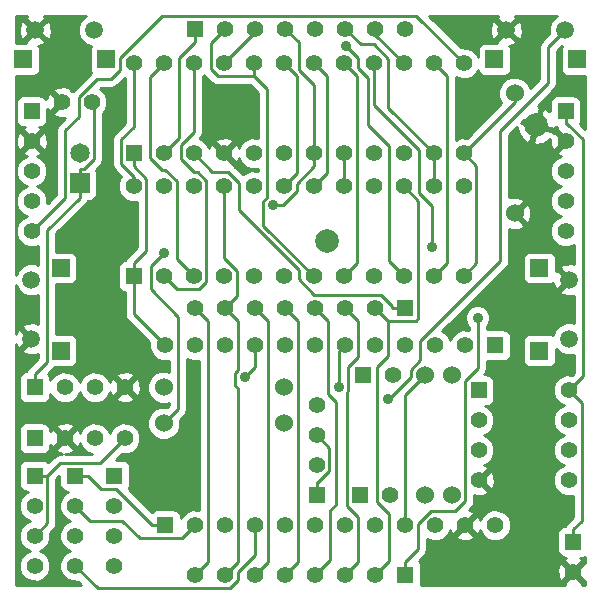
<source format=gbl>
G04 (created by PCBNEW (2013-07-07 BZR 4022)-stable) date 01/06/2014 18:16:58*
%MOIN*%
G04 Gerber Fmt 3.4, Leading zero omitted, Abs format*
%FSLAX34Y34*%
G01*
G70*
G90*
G04 APERTURE LIST*
%ADD10C,0.00590551*%
%ADD11R,0.055X0.055*%
%ADD12C,0.055*%
%ADD13C,0.06*%
%ADD14R,0.065X0.065*%
%ADD15C,0.065*%
%ADD16C,0.0590551*%
%ADD17R,0.0590551X0.0590551*%
%ADD18C,0.0787402*%
%ADD19C,0.035*%
%ADD20C,0.01*%
G04 APERTURE END LIST*
G54D10*
G54D11*
X78750Y-29450D03*
G54D12*
X79750Y-29450D03*
X80750Y-29450D03*
X81750Y-29450D03*
X82750Y-29450D03*
X83750Y-29450D03*
X84750Y-29450D03*
X85750Y-29450D03*
G54D11*
X85750Y-47650D03*
G54D12*
X84750Y-47650D03*
X83750Y-47650D03*
X82750Y-47650D03*
X81750Y-47650D03*
X80750Y-47650D03*
X79750Y-47650D03*
X78750Y-47650D03*
G54D13*
X89400Y-31600D03*
X89400Y-35600D03*
X81700Y-42600D03*
X77700Y-42600D03*
G54D11*
X76700Y-33600D03*
G54D12*
X77700Y-33600D03*
X78700Y-33600D03*
X79700Y-33600D03*
X80700Y-33600D03*
X81700Y-33600D03*
X82700Y-33600D03*
X83700Y-33600D03*
X84700Y-33600D03*
X85700Y-33600D03*
X86700Y-33600D03*
X87700Y-33600D03*
X87700Y-30600D03*
X86700Y-30600D03*
X85700Y-30600D03*
X84700Y-30600D03*
X83700Y-30600D03*
X82700Y-30600D03*
X81700Y-30600D03*
X80700Y-30600D03*
X79700Y-30600D03*
X78700Y-30600D03*
X77700Y-30600D03*
X76700Y-30600D03*
G54D14*
X74900Y-34600D03*
G54D15*
X74900Y-33600D03*
G54D12*
X74300Y-31900D03*
X75300Y-31900D03*
G54D11*
X85750Y-38750D03*
G54D12*
X84750Y-38750D03*
X83750Y-38750D03*
X82750Y-38750D03*
X81750Y-38750D03*
X80750Y-38750D03*
X79750Y-38750D03*
X78750Y-38750D03*
G54D11*
X77750Y-46000D03*
G54D12*
X78750Y-46000D03*
X79750Y-46000D03*
X80750Y-46000D03*
X81750Y-46000D03*
X82750Y-46000D03*
X83750Y-46000D03*
X84750Y-46000D03*
X85750Y-46000D03*
X86750Y-46000D03*
X87750Y-46000D03*
X88750Y-46000D03*
G54D11*
X88750Y-40000D03*
G54D12*
X87750Y-40000D03*
X86750Y-40000D03*
X85750Y-40000D03*
X84750Y-40000D03*
X83750Y-40000D03*
X82750Y-40000D03*
X81750Y-40000D03*
X80750Y-40000D03*
X79750Y-40000D03*
X78750Y-40000D03*
X77750Y-40000D03*
G54D11*
X76700Y-37700D03*
G54D12*
X77700Y-37700D03*
X78700Y-37700D03*
X79700Y-37700D03*
X80700Y-37700D03*
X81700Y-37700D03*
X82700Y-37700D03*
X83700Y-37700D03*
X84700Y-37700D03*
X85700Y-37700D03*
X86700Y-37700D03*
X87700Y-37700D03*
X87700Y-34700D03*
X86700Y-34700D03*
X85700Y-34700D03*
X84700Y-34700D03*
X83700Y-34700D03*
X82700Y-34700D03*
X81700Y-34700D03*
X80700Y-34700D03*
X79700Y-34700D03*
X78700Y-34700D03*
X77700Y-34700D03*
X76700Y-34700D03*
G54D11*
X73400Y-43100D03*
G54D12*
X74400Y-43100D03*
X75400Y-43100D03*
X76400Y-43100D03*
G54D11*
X84250Y-45000D03*
G54D12*
X85250Y-45000D03*
G54D13*
X81700Y-41400D03*
X77700Y-41400D03*
X87300Y-45000D03*
X87300Y-41000D03*
X86400Y-45000D03*
X86400Y-41000D03*
G54D11*
X88200Y-41500D03*
G54D12*
X88200Y-42500D03*
X88200Y-43500D03*
X88200Y-44500D03*
X91200Y-44500D03*
X91200Y-43500D03*
X91200Y-42500D03*
X91200Y-41500D03*
G54D11*
X73400Y-41400D03*
G54D12*
X74400Y-41400D03*
X75400Y-41400D03*
X76400Y-41400D03*
G54D11*
X82800Y-45000D03*
G54D12*
X82800Y-44000D03*
X82800Y-43000D03*
X82800Y-42000D03*
G54D16*
X91209Y-39784D03*
X91209Y-37815D03*
G54D17*
X90225Y-40177D03*
X90225Y-37422D03*
G54D16*
X73290Y-37815D03*
X73290Y-39784D03*
G54D17*
X74274Y-37422D03*
X74274Y-40177D03*
G54D16*
X91084Y-29490D03*
X89115Y-29490D03*
G54D17*
X91477Y-30474D03*
X88722Y-30474D03*
G54D16*
X75384Y-29490D03*
X73415Y-29490D03*
G54D17*
X75777Y-30474D03*
X73022Y-30474D03*
G54D11*
X73300Y-32200D03*
G54D12*
X73300Y-33200D03*
X73300Y-34200D03*
X73300Y-35200D03*
X73300Y-36200D03*
G54D11*
X91100Y-32200D03*
G54D12*
X91100Y-33200D03*
X91100Y-34200D03*
X91100Y-35200D03*
X91100Y-36200D03*
G54D11*
X73400Y-44350D03*
G54D12*
X73400Y-45350D03*
X73400Y-46350D03*
X73400Y-47350D03*
G54D11*
X74750Y-44350D03*
G54D12*
X74750Y-45350D03*
X74750Y-46350D03*
X74750Y-47350D03*
G54D11*
X76050Y-44350D03*
G54D12*
X76050Y-45350D03*
X76050Y-46350D03*
X76050Y-47350D03*
G54D11*
X84350Y-41000D03*
G54D12*
X85350Y-41000D03*
G54D11*
X91350Y-46550D03*
G54D12*
X91350Y-47550D03*
G54D18*
X83156Y-36526D03*
X90111Y-32670D03*
G54D19*
X88161Y-39089D03*
X83790Y-30025D03*
X81347Y-35323D03*
X86628Y-36722D03*
X85163Y-41782D03*
X83528Y-41386D03*
X80412Y-41048D03*
X77717Y-36918D03*
G54D20*
X86175Y-46799D02*
X85750Y-47224D01*
X86175Y-45953D02*
X86175Y-46799D01*
X86603Y-45525D02*
X86175Y-45953D01*
X87413Y-45525D02*
X86603Y-45525D01*
X87750Y-45188D02*
X87413Y-45525D01*
X87750Y-41186D02*
X87750Y-45188D01*
X88181Y-40755D02*
X87750Y-41186D01*
X88181Y-39109D02*
X88181Y-40755D01*
X88161Y-39089D02*
X88181Y-39109D01*
X85750Y-47650D02*
X85750Y-47224D01*
X85324Y-38696D02*
X85324Y-38750D01*
X84952Y-38324D02*
X85324Y-38696D01*
X82720Y-38324D02*
X84952Y-38324D01*
X82200Y-37804D02*
X82720Y-38324D01*
X82200Y-37483D02*
X82200Y-37804D01*
X80200Y-35483D02*
X82200Y-37483D01*
X80200Y-34578D02*
X80200Y-35483D01*
X79846Y-34224D02*
X80200Y-34578D01*
X79324Y-34224D02*
X79846Y-34224D01*
X78700Y-33600D02*
X79324Y-34224D01*
X85750Y-38750D02*
X85324Y-38750D01*
X79269Y-29930D02*
X79750Y-29450D01*
X79269Y-30796D02*
X79269Y-29930D01*
X79505Y-31032D02*
X79269Y-30796D01*
X80700Y-31032D02*
X79505Y-31032D01*
X80700Y-31032D02*
X80700Y-30600D01*
X81022Y-36022D02*
X82700Y-37700D01*
X81022Y-35188D02*
X81022Y-36022D01*
X81126Y-35084D02*
X81022Y-35188D01*
X81126Y-31459D02*
X81126Y-35084D01*
X80700Y-31032D02*
X81126Y-31459D01*
X80750Y-29550D02*
X80750Y-29450D01*
X79700Y-30600D02*
X80750Y-29550D01*
X84191Y-30425D02*
X83790Y-30025D01*
X84191Y-30773D02*
X84191Y-30425D01*
X84499Y-31081D02*
X84191Y-30773D01*
X84499Y-32657D02*
X84499Y-31081D01*
X85200Y-33357D02*
X84499Y-32657D01*
X85200Y-37200D02*
X85200Y-33357D01*
X85700Y-37700D02*
X85200Y-37200D01*
X82200Y-29900D02*
X81750Y-29450D01*
X82200Y-30816D02*
X82200Y-29900D01*
X82700Y-31316D02*
X82200Y-30816D01*
X82700Y-33600D02*
X82700Y-31316D01*
X82700Y-34040D02*
X82700Y-33600D01*
X82129Y-34611D02*
X82700Y-34040D01*
X82129Y-34872D02*
X82129Y-34611D01*
X81678Y-35323D02*
X82129Y-34872D01*
X81347Y-35323D02*
X81678Y-35323D01*
X78700Y-32890D02*
X78700Y-30600D01*
X78272Y-33318D02*
X78700Y-32890D01*
X78272Y-33799D02*
X78272Y-33318D01*
X78693Y-34220D02*
X78272Y-33799D01*
X78833Y-34220D02*
X78693Y-34220D01*
X79125Y-34512D02*
X78833Y-34220D01*
X79125Y-37880D02*
X79125Y-34512D01*
X78870Y-38134D02*
X79125Y-37880D01*
X78134Y-38134D02*
X78870Y-38134D01*
X77700Y-37700D02*
X78134Y-38134D01*
X86700Y-34700D02*
X86700Y-33600D01*
X84274Y-29974D02*
X83750Y-29450D01*
X84713Y-29974D02*
X84274Y-29974D01*
X85191Y-30453D02*
X84713Y-29974D01*
X85191Y-32091D02*
X85191Y-30453D01*
X86700Y-33600D02*
X85191Y-32091D01*
X84750Y-29650D02*
X84750Y-29450D01*
X85700Y-30600D02*
X84750Y-29650D01*
X84131Y-31031D02*
X83700Y-30600D01*
X84131Y-37268D02*
X84131Y-31031D01*
X83700Y-37700D02*
X84131Y-37268D01*
X86100Y-39180D02*
X85180Y-39180D01*
X86176Y-39104D02*
X86100Y-39180D01*
X86176Y-35176D02*
X86176Y-39104D01*
X85700Y-34700D02*
X86176Y-35176D01*
X84750Y-38750D02*
X85180Y-39180D01*
X85196Y-47203D02*
X84750Y-47650D01*
X85196Y-45611D02*
X85196Y-47203D01*
X84824Y-45239D02*
X85196Y-45611D01*
X84824Y-40725D02*
X84824Y-45239D01*
X85180Y-40369D02*
X84824Y-40725D01*
X85180Y-39180D02*
X85180Y-40369D01*
X87130Y-37270D02*
X86700Y-37700D01*
X87130Y-31030D02*
X87130Y-37270D01*
X86700Y-30600D02*
X87130Y-31030D01*
X84186Y-39186D02*
X83750Y-38750D01*
X84186Y-40400D02*
X84186Y-39186D01*
X83853Y-40734D02*
X84186Y-40400D01*
X83853Y-41521D02*
X83853Y-40734D01*
X83824Y-41550D02*
X83853Y-41521D01*
X83824Y-45362D02*
X83824Y-41550D01*
X84187Y-45724D02*
X83824Y-45362D01*
X84187Y-47212D02*
X84187Y-45724D01*
X83750Y-47650D02*
X84187Y-47212D01*
X83250Y-47150D02*
X82750Y-47650D01*
X83250Y-45500D02*
X83250Y-47150D01*
X83426Y-45323D02*
X83250Y-45500D01*
X83426Y-41885D02*
X83426Y-45323D01*
X83182Y-41640D02*
X83426Y-41885D01*
X83182Y-39182D02*
X83182Y-41640D01*
X82750Y-38750D02*
X83182Y-39182D01*
X84700Y-31998D02*
X84700Y-30600D01*
X86200Y-33498D02*
X84700Y-31998D01*
X86200Y-34916D02*
X86200Y-33498D01*
X86628Y-35345D02*
X86200Y-34916D01*
X86628Y-36722D02*
X86628Y-35345D01*
X83700Y-33600D02*
X83700Y-34700D01*
X82187Y-47212D02*
X81750Y-47650D01*
X82187Y-39187D02*
X82187Y-47212D01*
X81750Y-38750D02*
X82187Y-39187D01*
X81175Y-39175D02*
X80750Y-38750D01*
X81175Y-47224D02*
X81175Y-39175D01*
X80750Y-47650D02*
X81175Y-47224D01*
X77256Y-31043D02*
X77700Y-30600D01*
X77256Y-33765D02*
X77256Y-31043D01*
X77637Y-34146D02*
X77256Y-33765D01*
X77755Y-34146D02*
X77637Y-34146D01*
X78129Y-34520D02*
X77755Y-34146D01*
X78129Y-37129D02*
X78129Y-34520D01*
X78700Y-37700D02*
X78129Y-37129D01*
X80143Y-38356D02*
X79750Y-38750D01*
X80143Y-37534D02*
X80143Y-38356D01*
X79700Y-37090D02*
X80143Y-37534D01*
X79700Y-34700D02*
X79700Y-37090D01*
X80178Y-47221D02*
X79750Y-47650D01*
X80178Y-41439D02*
X80178Y-47221D01*
X80087Y-41348D02*
X80178Y-41439D01*
X80087Y-40914D02*
X80087Y-41348D01*
X80178Y-40823D02*
X80087Y-40914D01*
X80178Y-39178D02*
X80178Y-40823D01*
X79750Y-38750D02*
X80178Y-39178D01*
X79187Y-47212D02*
X78750Y-47650D01*
X79187Y-39187D02*
X79187Y-47212D01*
X78750Y-38750D02*
X79187Y-39187D01*
X78200Y-30425D02*
X78750Y-29875D01*
X78200Y-33100D02*
X78200Y-30425D01*
X77700Y-33600D02*
X78200Y-33100D01*
X78750Y-29450D02*
X78750Y-29875D01*
X74250Y-43924D02*
X73825Y-44350D01*
X75575Y-43924D02*
X74250Y-43924D01*
X76400Y-43100D02*
X75575Y-43924D01*
X73400Y-44350D02*
X73825Y-44350D01*
X73825Y-45924D02*
X73825Y-44350D01*
X73400Y-46350D02*
X73825Y-45924D01*
X74424Y-35075D02*
X73300Y-36200D01*
X74424Y-32823D02*
X74424Y-35075D01*
X74870Y-32377D02*
X74424Y-32823D01*
X74870Y-31727D02*
X74870Y-32377D01*
X75472Y-31126D02*
X74870Y-31727D01*
X75935Y-31126D02*
X75472Y-31126D01*
X76249Y-30812D02*
X75935Y-31126D01*
X76249Y-30432D02*
X76249Y-30812D01*
X77656Y-29024D02*
X76249Y-30432D01*
X86124Y-29024D02*
X77656Y-29024D01*
X87700Y-30600D02*
X86124Y-29024D01*
X76100Y-44775D02*
X77324Y-46000D01*
X75600Y-44775D02*
X76100Y-44775D01*
X75175Y-44350D02*
X75600Y-44775D01*
X74750Y-44350D02*
X75175Y-44350D01*
X77750Y-46000D02*
X77324Y-46000D01*
X78324Y-46425D02*
X78750Y-46000D01*
X76900Y-46425D02*
X78324Y-46425D01*
X76324Y-45850D02*
X76900Y-46425D01*
X75250Y-45850D02*
X76324Y-45850D01*
X74750Y-45350D02*
X75250Y-45850D01*
X80750Y-46990D02*
X80750Y-46000D01*
X80179Y-47561D02*
X80750Y-46990D01*
X80179Y-47822D02*
X80179Y-47561D01*
X79905Y-48095D02*
X80179Y-47822D01*
X75495Y-48095D02*
X79905Y-48095D01*
X74750Y-47350D02*
X75495Y-48095D01*
X85213Y-41782D02*
X85163Y-41782D01*
X85933Y-41062D02*
X85213Y-41782D01*
X85933Y-40815D02*
X85933Y-41062D01*
X86250Y-40498D02*
X85933Y-40815D01*
X86250Y-39849D02*
X86250Y-40498D01*
X88919Y-37180D02*
X86250Y-39849D01*
X88919Y-32851D02*
X88919Y-37180D01*
X90512Y-31259D02*
X88919Y-32851D01*
X90512Y-30062D02*
X90512Y-31259D01*
X91084Y-29490D02*
X90512Y-30062D01*
X83528Y-40221D02*
X83750Y-40000D01*
X83528Y-41386D02*
X83528Y-40221D01*
X80750Y-40711D02*
X80750Y-40000D01*
X80412Y-41048D02*
X80750Y-40711D01*
X88125Y-37274D02*
X87700Y-37700D01*
X88125Y-34025D02*
X88125Y-37274D01*
X87700Y-33600D02*
X88125Y-34025D01*
X89400Y-31900D02*
X89400Y-31600D01*
X87700Y-33600D02*
X89400Y-31900D01*
X76700Y-33600D02*
X76700Y-34025D01*
X76700Y-38950D02*
X77750Y-40000D01*
X76700Y-37700D02*
X76700Y-38950D01*
X76700Y-37700D02*
X76700Y-37274D01*
X77125Y-36849D02*
X76700Y-37274D01*
X77125Y-34450D02*
X77125Y-36849D01*
X76700Y-34025D02*
X77125Y-34450D01*
X76700Y-32714D02*
X76700Y-30600D01*
X76274Y-33139D02*
X76700Y-32714D01*
X76274Y-33958D02*
X76274Y-33139D01*
X76700Y-34384D02*
X76274Y-33958D01*
X76700Y-34700D02*
X76700Y-34384D01*
X83131Y-31031D02*
X82700Y-30600D01*
X83131Y-34268D02*
X83131Y-31031D01*
X82700Y-34700D02*
X83131Y-34268D01*
X78181Y-42118D02*
X77700Y-42600D01*
X78181Y-39053D02*
X78181Y-42118D01*
X77269Y-38141D02*
X78181Y-39053D01*
X77269Y-37366D02*
X77269Y-38141D01*
X77717Y-36918D02*
X77269Y-37366D01*
X91100Y-32200D02*
X91100Y-32625D01*
X91665Y-41034D02*
X91200Y-41500D01*
X91665Y-33137D02*
X91665Y-41034D01*
X91153Y-32625D02*
X91665Y-33137D01*
X91100Y-32625D02*
X91153Y-32625D01*
X91350Y-46550D02*
X91350Y-46124D01*
X91629Y-41929D02*
X91200Y-41500D01*
X91629Y-45845D02*
X91629Y-41929D01*
X91350Y-46124D02*
X91629Y-45845D01*
X73825Y-36150D02*
X74900Y-35075D01*
X73825Y-40549D02*
X73825Y-36150D01*
X73400Y-40974D02*
X73825Y-40549D01*
X73400Y-41400D02*
X73400Y-40974D01*
X74900Y-34600D02*
X74900Y-35075D01*
X75048Y-34124D02*
X74900Y-34124D01*
X75375Y-33798D02*
X75048Y-34124D01*
X75375Y-31975D02*
X75375Y-33798D01*
X75300Y-31900D02*
X75375Y-31975D01*
X74900Y-34600D02*
X74900Y-34124D01*
X85750Y-41650D02*
X85750Y-46000D01*
X86400Y-41000D02*
X85750Y-41650D01*
X82853Y-44574D02*
X82800Y-44574D01*
X83225Y-44202D02*
X82853Y-44574D01*
X83225Y-43425D02*
X83225Y-44202D01*
X82800Y-43000D02*
X83225Y-43425D01*
X82800Y-45000D02*
X82800Y-44574D01*
X82128Y-34271D02*
X81700Y-34700D01*
X82128Y-31028D02*
X82128Y-34271D01*
X81700Y-30600D02*
X82128Y-31028D01*
G54D10*
G36*
X74976Y-33605D02*
X74905Y-33676D01*
X74900Y-33670D01*
X74894Y-33676D01*
X74823Y-33605D01*
X74829Y-33600D01*
X74823Y-33594D01*
X74894Y-33523D01*
X74900Y-33529D01*
X74905Y-33523D01*
X74976Y-33594D01*
X74970Y-33600D01*
X74976Y-33605D01*
X74976Y-33605D01*
G37*
G54D20*
X74976Y-33605D02*
X74905Y-33676D01*
X74900Y-33670D01*
X74894Y-33676D01*
X74823Y-33605D01*
X74829Y-33600D01*
X74823Y-33594D01*
X74894Y-33523D01*
X74900Y-33529D01*
X74905Y-33523D01*
X74976Y-33594D01*
X74970Y-33600D01*
X74976Y-33605D01*
G54D10*
G36*
X75273Y-30035D02*
X75270Y-30037D01*
X75232Y-30129D01*
X75232Y-30229D01*
X75232Y-30819D01*
X75269Y-30908D01*
X75259Y-30914D01*
X74665Y-31509D01*
X74642Y-31486D01*
X74597Y-31532D01*
X74572Y-31439D01*
X74375Y-31370D01*
X74167Y-31381D01*
X74027Y-31439D01*
X74002Y-31532D01*
X74300Y-31829D01*
X74305Y-31823D01*
X74376Y-31894D01*
X74370Y-31900D01*
X74376Y-31905D01*
X74305Y-31976D01*
X74300Y-31970D01*
X74229Y-32041D01*
X74229Y-31900D01*
X73965Y-31636D01*
X73965Y-29571D01*
X73954Y-29354D01*
X73893Y-29205D01*
X73798Y-29178D01*
X73486Y-29490D01*
X73798Y-29802D01*
X73893Y-29775D01*
X73965Y-29571D01*
X73965Y-31636D01*
X73932Y-31602D01*
X73839Y-31627D01*
X73785Y-31781D01*
X73716Y-31713D01*
X73624Y-31675D01*
X73525Y-31674D01*
X72975Y-31674D01*
X72883Y-31712D01*
X72813Y-31783D01*
X72775Y-31875D01*
X72774Y-31974D01*
X72774Y-32524D01*
X72812Y-32616D01*
X72883Y-32686D01*
X72975Y-32724D01*
X73062Y-32725D01*
X73027Y-32739D01*
X73002Y-32832D01*
X73300Y-33129D01*
X73597Y-32832D01*
X73572Y-32739D01*
X73531Y-32725D01*
X73624Y-32725D01*
X73716Y-32687D01*
X73786Y-32616D01*
X73824Y-32524D01*
X73825Y-32425D01*
X73825Y-32138D01*
X73839Y-32172D01*
X73932Y-32197D01*
X74229Y-31900D01*
X74229Y-32041D01*
X74002Y-32267D01*
X74027Y-32360D01*
X74224Y-32429D01*
X74403Y-32420D01*
X74212Y-32611D01*
X74147Y-32708D01*
X74124Y-32823D01*
X74124Y-34950D01*
X73829Y-35245D01*
X73829Y-33275D01*
X73818Y-33067D01*
X73760Y-32927D01*
X73667Y-32902D01*
X73370Y-33200D01*
X73667Y-33497D01*
X73760Y-33472D01*
X73829Y-33275D01*
X73829Y-35245D01*
X73824Y-35250D01*
X73825Y-35096D01*
X73745Y-34903D01*
X73597Y-34755D01*
X73464Y-34699D01*
X73597Y-34645D01*
X73744Y-34497D01*
X73824Y-34304D01*
X73825Y-34096D01*
X73745Y-33903D01*
X73597Y-33755D01*
X73471Y-33702D01*
X73572Y-33660D01*
X73597Y-33567D01*
X73300Y-33270D01*
X73229Y-33341D01*
X73229Y-33200D01*
X72932Y-32902D01*
X72839Y-32927D01*
X72770Y-33124D01*
X72781Y-33332D01*
X72839Y-33472D01*
X72932Y-33497D01*
X73229Y-33200D01*
X73229Y-33341D01*
X73002Y-33567D01*
X73027Y-33660D01*
X73137Y-33699D01*
X73003Y-33754D01*
X72855Y-33902D01*
X72775Y-34095D01*
X72774Y-34303D01*
X72854Y-34497D01*
X73002Y-34644D01*
X73135Y-34700D01*
X73003Y-34754D01*
X72855Y-34902D01*
X72775Y-35095D01*
X72774Y-35303D01*
X72854Y-35497D01*
X73002Y-35644D01*
X73135Y-35700D01*
X73003Y-35754D01*
X72855Y-35902D01*
X72775Y-36095D01*
X72774Y-36303D01*
X72854Y-36497D01*
X73002Y-36644D01*
X73195Y-36724D01*
X73403Y-36725D01*
X73525Y-36675D01*
X73525Y-37322D01*
X73399Y-37270D01*
X73182Y-37270D01*
X72982Y-37353D01*
X72828Y-37506D01*
X72769Y-37648D01*
X72769Y-31020D01*
X72776Y-31020D01*
X73366Y-31020D01*
X73458Y-30982D01*
X73529Y-30911D01*
X73567Y-30820D01*
X73567Y-30720D01*
X73567Y-30130D01*
X73529Y-30038D01*
X73522Y-30031D01*
X73551Y-30029D01*
X73700Y-29967D01*
X73727Y-29873D01*
X73415Y-29561D01*
X73345Y-29631D01*
X73345Y-29490D01*
X73033Y-29178D01*
X72938Y-29205D01*
X72865Y-29409D01*
X72876Y-29626D01*
X72938Y-29775D01*
X73033Y-29802D01*
X73345Y-29490D01*
X73345Y-29631D01*
X73103Y-29873D01*
X73119Y-29929D01*
X72769Y-29929D01*
X72769Y-29019D01*
X73128Y-29019D01*
X73103Y-29108D01*
X73415Y-29419D01*
X73727Y-29108D01*
X73702Y-29019D01*
X75095Y-29019D01*
X75075Y-29028D01*
X74922Y-29181D01*
X74839Y-29381D01*
X74838Y-29598D01*
X74921Y-29799D01*
X75074Y-29952D01*
X75273Y-30035D01*
X75273Y-30035D01*
G37*
G54D20*
X75273Y-30035D02*
X75270Y-30037D01*
X75232Y-30129D01*
X75232Y-30229D01*
X75232Y-30819D01*
X75269Y-30908D01*
X75259Y-30914D01*
X74665Y-31509D01*
X74642Y-31486D01*
X74597Y-31532D01*
X74572Y-31439D01*
X74375Y-31370D01*
X74167Y-31381D01*
X74027Y-31439D01*
X74002Y-31532D01*
X74300Y-31829D01*
X74305Y-31823D01*
X74376Y-31894D01*
X74370Y-31900D01*
X74376Y-31905D01*
X74305Y-31976D01*
X74300Y-31970D01*
X74229Y-32041D01*
X74229Y-31900D01*
X73965Y-31636D01*
X73965Y-29571D01*
X73954Y-29354D01*
X73893Y-29205D01*
X73798Y-29178D01*
X73486Y-29490D01*
X73798Y-29802D01*
X73893Y-29775D01*
X73965Y-29571D01*
X73965Y-31636D01*
X73932Y-31602D01*
X73839Y-31627D01*
X73785Y-31781D01*
X73716Y-31713D01*
X73624Y-31675D01*
X73525Y-31674D01*
X72975Y-31674D01*
X72883Y-31712D01*
X72813Y-31783D01*
X72775Y-31875D01*
X72774Y-31974D01*
X72774Y-32524D01*
X72812Y-32616D01*
X72883Y-32686D01*
X72975Y-32724D01*
X73062Y-32725D01*
X73027Y-32739D01*
X73002Y-32832D01*
X73300Y-33129D01*
X73597Y-32832D01*
X73572Y-32739D01*
X73531Y-32725D01*
X73624Y-32725D01*
X73716Y-32687D01*
X73786Y-32616D01*
X73824Y-32524D01*
X73825Y-32425D01*
X73825Y-32138D01*
X73839Y-32172D01*
X73932Y-32197D01*
X74229Y-31900D01*
X74229Y-32041D01*
X74002Y-32267D01*
X74027Y-32360D01*
X74224Y-32429D01*
X74403Y-32420D01*
X74212Y-32611D01*
X74147Y-32708D01*
X74124Y-32823D01*
X74124Y-34950D01*
X73829Y-35245D01*
X73829Y-33275D01*
X73818Y-33067D01*
X73760Y-32927D01*
X73667Y-32902D01*
X73370Y-33200D01*
X73667Y-33497D01*
X73760Y-33472D01*
X73829Y-33275D01*
X73829Y-35245D01*
X73824Y-35250D01*
X73825Y-35096D01*
X73745Y-34903D01*
X73597Y-34755D01*
X73464Y-34699D01*
X73597Y-34645D01*
X73744Y-34497D01*
X73824Y-34304D01*
X73825Y-34096D01*
X73745Y-33903D01*
X73597Y-33755D01*
X73471Y-33702D01*
X73572Y-33660D01*
X73597Y-33567D01*
X73300Y-33270D01*
X73229Y-33341D01*
X73229Y-33200D01*
X72932Y-32902D01*
X72839Y-32927D01*
X72770Y-33124D01*
X72781Y-33332D01*
X72839Y-33472D01*
X72932Y-33497D01*
X73229Y-33200D01*
X73229Y-33341D01*
X73002Y-33567D01*
X73027Y-33660D01*
X73137Y-33699D01*
X73003Y-33754D01*
X72855Y-33902D01*
X72775Y-34095D01*
X72774Y-34303D01*
X72854Y-34497D01*
X73002Y-34644D01*
X73135Y-34700D01*
X73003Y-34754D01*
X72855Y-34902D01*
X72775Y-35095D01*
X72774Y-35303D01*
X72854Y-35497D01*
X73002Y-35644D01*
X73135Y-35700D01*
X73003Y-35754D01*
X72855Y-35902D01*
X72775Y-36095D01*
X72774Y-36303D01*
X72854Y-36497D01*
X73002Y-36644D01*
X73195Y-36724D01*
X73403Y-36725D01*
X73525Y-36675D01*
X73525Y-37322D01*
X73399Y-37270D01*
X73182Y-37270D01*
X72982Y-37353D01*
X72828Y-37506D01*
X72769Y-37648D01*
X72769Y-31020D01*
X72776Y-31020D01*
X73366Y-31020D01*
X73458Y-30982D01*
X73529Y-30911D01*
X73567Y-30820D01*
X73567Y-30720D01*
X73567Y-30130D01*
X73529Y-30038D01*
X73522Y-30031D01*
X73551Y-30029D01*
X73700Y-29967D01*
X73727Y-29873D01*
X73415Y-29561D01*
X73345Y-29631D01*
X73345Y-29490D01*
X73033Y-29178D01*
X72938Y-29205D01*
X72865Y-29409D01*
X72876Y-29626D01*
X72938Y-29775D01*
X73033Y-29802D01*
X73345Y-29490D01*
X73345Y-29631D01*
X73103Y-29873D01*
X73119Y-29929D01*
X72769Y-29929D01*
X72769Y-29019D01*
X73128Y-29019D01*
X73103Y-29108D01*
X73415Y-29419D01*
X73727Y-29108D01*
X73702Y-29019D01*
X75095Y-29019D01*
X75075Y-29028D01*
X74922Y-29181D01*
X74839Y-29381D01*
X74838Y-29598D01*
X74921Y-29799D01*
X75074Y-29952D01*
X75273Y-30035D01*
G54D10*
G36*
X78887Y-45488D02*
X78854Y-45475D01*
X78646Y-45474D01*
X78453Y-45554D01*
X78305Y-45702D01*
X78275Y-45774D01*
X78275Y-45675D01*
X78237Y-45583D01*
X78166Y-45513D01*
X78074Y-45475D01*
X77975Y-45474D01*
X77425Y-45474D01*
X77333Y-45512D01*
X77297Y-45548D01*
X76929Y-45180D01*
X76929Y-41475D01*
X76918Y-41267D01*
X76860Y-41127D01*
X76767Y-41102D01*
X76697Y-41173D01*
X76697Y-41032D01*
X76672Y-40939D01*
X76475Y-40870D01*
X76267Y-40881D01*
X76127Y-40939D01*
X76102Y-41032D01*
X76400Y-41329D01*
X76697Y-41032D01*
X76697Y-41173D01*
X76470Y-41400D01*
X76767Y-41697D01*
X76860Y-41672D01*
X76929Y-41475D01*
X76929Y-45180D01*
X76526Y-44777D01*
X76536Y-44766D01*
X76574Y-44674D01*
X76575Y-44575D01*
X76575Y-44025D01*
X76537Y-43933D01*
X76466Y-43863D01*
X76374Y-43825D01*
X76275Y-43824D01*
X76099Y-43824D01*
X76299Y-43624D01*
X76503Y-43625D01*
X76697Y-43545D01*
X76844Y-43397D01*
X76924Y-43204D01*
X76925Y-42996D01*
X76845Y-42803D01*
X76697Y-42655D01*
X76697Y-42654D01*
X76697Y-41767D01*
X76400Y-41470D01*
X76102Y-41767D01*
X76127Y-41860D01*
X76324Y-41929D01*
X76532Y-41918D01*
X76672Y-41860D01*
X76697Y-41767D01*
X76697Y-42654D01*
X76504Y-42575D01*
X76296Y-42574D01*
X76103Y-42654D01*
X75955Y-42802D01*
X75899Y-42935D01*
X75845Y-42803D01*
X75697Y-42655D01*
X75504Y-42575D01*
X75296Y-42574D01*
X75103Y-42654D01*
X74955Y-42802D01*
X74902Y-42928D01*
X74860Y-42827D01*
X74767Y-42802D01*
X74697Y-42873D01*
X74697Y-42732D01*
X74672Y-42639D01*
X74475Y-42570D01*
X74267Y-42581D01*
X74127Y-42639D01*
X74102Y-42732D01*
X74400Y-43029D01*
X74697Y-42732D01*
X74697Y-42873D01*
X74470Y-43100D01*
X74767Y-43397D01*
X74860Y-43372D01*
X74899Y-43262D01*
X74954Y-43397D01*
X75102Y-43544D01*
X75295Y-43624D01*
X74416Y-43624D01*
X74532Y-43618D01*
X74672Y-43560D01*
X74697Y-43467D01*
X74400Y-43170D01*
X74329Y-43241D01*
X74329Y-43100D01*
X74032Y-42802D01*
X73939Y-42827D01*
X73925Y-42868D01*
X73925Y-42775D01*
X73887Y-42683D01*
X73816Y-42613D01*
X73724Y-42575D01*
X73625Y-42574D01*
X73075Y-42574D01*
X72983Y-42612D01*
X72913Y-42683D01*
X72875Y-42775D01*
X72874Y-42874D01*
X72874Y-43424D01*
X72912Y-43516D01*
X72983Y-43586D01*
X73075Y-43624D01*
X73174Y-43625D01*
X73724Y-43625D01*
X73816Y-43587D01*
X73886Y-43516D01*
X73924Y-43424D01*
X73925Y-43337D01*
X73939Y-43372D01*
X74032Y-43397D01*
X74329Y-43100D01*
X74329Y-43241D01*
X74102Y-43467D01*
X74127Y-43560D01*
X74309Y-43624D01*
X74250Y-43624D01*
X74135Y-43647D01*
X74038Y-43712D01*
X73852Y-43898D01*
X73816Y-43863D01*
X73724Y-43825D01*
X73625Y-43824D01*
X73075Y-43824D01*
X72983Y-43862D01*
X72913Y-43933D01*
X72875Y-44025D01*
X72874Y-44124D01*
X72874Y-44674D01*
X72912Y-44766D01*
X72983Y-44836D01*
X73075Y-44874D01*
X73174Y-44875D01*
X73174Y-44875D01*
X73103Y-44904D01*
X72955Y-45052D01*
X72875Y-45245D01*
X72874Y-45453D01*
X72954Y-45647D01*
X73102Y-45794D01*
X73235Y-45850D01*
X73103Y-45904D01*
X72955Y-46052D01*
X72875Y-46245D01*
X72874Y-46453D01*
X72954Y-46647D01*
X73102Y-46794D01*
X73235Y-46850D01*
X73103Y-46904D01*
X72955Y-47052D01*
X72875Y-47245D01*
X72874Y-47453D01*
X72954Y-47647D01*
X73102Y-47794D01*
X73295Y-47874D01*
X73503Y-47875D01*
X73697Y-47795D01*
X73844Y-47647D01*
X73924Y-47454D01*
X73925Y-47246D01*
X73845Y-47053D01*
X73697Y-46905D01*
X73564Y-46849D01*
X73697Y-46795D01*
X73844Y-46647D01*
X73924Y-46454D01*
X73925Y-46249D01*
X74037Y-46137D01*
X74037Y-46137D01*
X74102Y-46039D01*
X74125Y-45924D01*
X74125Y-45924D01*
X74125Y-44474D01*
X74224Y-44374D01*
X74224Y-44674D01*
X74262Y-44766D01*
X74333Y-44836D01*
X74425Y-44874D01*
X74524Y-44875D01*
X74524Y-44875D01*
X74453Y-44904D01*
X74305Y-45052D01*
X74225Y-45245D01*
X74224Y-45453D01*
X74304Y-45647D01*
X74452Y-45794D01*
X74585Y-45850D01*
X74453Y-45904D01*
X74305Y-46052D01*
X74225Y-46245D01*
X74224Y-46453D01*
X74304Y-46647D01*
X74452Y-46794D01*
X74585Y-46850D01*
X74453Y-46904D01*
X74305Y-47052D01*
X74225Y-47245D01*
X74224Y-47453D01*
X74304Y-47647D01*
X74452Y-47794D01*
X74645Y-47874D01*
X74850Y-47875D01*
X74956Y-47980D01*
X72769Y-47980D01*
X72769Y-39964D01*
X72813Y-40069D01*
X72908Y-40096D01*
X73219Y-39784D01*
X72908Y-39472D01*
X72813Y-39499D01*
X72769Y-39621D01*
X72769Y-37983D01*
X72828Y-38124D01*
X72981Y-38277D01*
X73181Y-38360D01*
X73398Y-38361D01*
X73525Y-38308D01*
X73525Y-39288D01*
X73371Y-39234D01*
X73154Y-39245D01*
X73005Y-39306D01*
X72978Y-39401D01*
X73290Y-39713D01*
X73296Y-39707D01*
X73366Y-39778D01*
X73361Y-39784D01*
X73366Y-39789D01*
X73296Y-39860D01*
X73290Y-39854D01*
X72978Y-40166D01*
X73005Y-40261D01*
X73209Y-40334D01*
X73426Y-40323D01*
X73525Y-40282D01*
X73525Y-40425D01*
X73187Y-40762D01*
X73122Y-40860D01*
X73119Y-40874D01*
X73075Y-40874D01*
X72983Y-40912D01*
X72913Y-40983D01*
X72875Y-41075D01*
X72874Y-41174D01*
X72874Y-41724D01*
X72912Y-41816D01*
X72983Y-41886D01*
X73075Y-41924D01*
X73174Y-41925D01*
X73724Y-41925D01*
X73816Y-41887D01*
X73886Y-41816D01*
X73924Y-41724D01*
X73925Y-41625D01*
X73925Y-41625D01*
X73954Y-41697D01*
X74102Y-41844D01*
X74295Y-41924D01*
X74503Y-41925D01*
X74697Y-41845D01*
X74844Y-41697D01*
X74900Y-41564D01*
X74954Y-41697D01*
X75102Y-41844D01*
X75295Y-41924D01*
X75503Y-41925D01*
X75697Y-41845D01*
X75844Y-41697D01*
X75897Y-41571D01*
X75939Y-41672D01*
X76032Y-41697D01*
X76329Y-41400D01*
X76032Y-41102D01*
X75939Y-41127D01*
X75900Y-41237D01*
X75845Y-41103D01*
X75697Y-40955D01*
X75504Y-40875D01*
X75296Y-40874D01*
X75103Y-40954D01*
X74955Y-41102D01*
X74899Y-41235D01*
X74845Y-41103D01*
X74697Y-40955D01*
X74504Y-40875D01*
X74296Y-40874D01*
X74103Y-40954D01*
X73955Y-41102D01*
X73925Y-41174D01*
X73925Y-41075D01*
X73887Y-40983D01*
X73851Y-40947D01*
X74037Y-40761D01*
X74037Y-40761D01*
X74063Y-40723D01*
X74063Y-40723D01*
X74619Y-40723D01*
X74711Y-40685D01*
X74781Y-40615D01*
X74820Y-40523D01*
X74820Y-40423D01*
X74820Y-39833D01*
X74782Y-39741D01*
X74711Y-39670D01*
X74620Y-39632D01*
X74520Y-39632D01*
X74125Y-39632D01*
X74125Y-37967D01*
X74619Y-37967D01*
X74711Y-37929D01*
X74781Y-37859D01*
X74820Y-37767D01*
X74820Y-37667D01*
X74820Y-37077D01*
X74782Y-36985D01*
X74711Y-36914D01*
X74620Y-36876D01*
X74520Y-36876D01*
X74125Y-36876D01*
X74125Y-36274D01*
X75112Y-35287D01*
X75112Y-35287D01*
X75177Y-35189D01*
X75180Y-35175D01*
X75274Y-35175D01*
X75366Y-35137D01*
X75436Y-35066D01*
X75474Y-34974D01*
X75475Y-34875D01*
X75475Y-34225D01*
X75444Y-34152D01*
X75587Y-34010D01*
X75587Y-34010D01*
X75652Y-33913D01*
X75675Y-33798D01*
X75675Y-33798D01*
X75675Y-32267D01*
X75744Y-32197D01*
X75824Y-32004D01*
X75825Y-31796D01*
X75745Y-31603D01*
X75597Y-31455D01*
X75576Y-31446D01*
X75596Y-31426D01*
X75935Y-31426D01*
X75935Y-31426D01*
X76050Y-31403D01*
X76050Y-31403D01*
X76147Y-31338D01*
X76400Y-31086D01*
X76400Y-32589D01*
X76062Y-32927D01*
X75997Y-33024D01*
X75974Y-33139D01*
X75974Y-33958D01*
X75997Y-34073D01*
X76062Y-34171D01*
X76274Y-34382D01*
X76255Y-34402D01*
X76175Y-34595D01*
X76174Y-34803D01*
X76254Y-34997D01*
X76402Y-35144D01*
X76595Y-35224D01*
X76803Y-35225D01*
X76825Y-35216D01*
X76825Y-36725D01*
X76487Y-37062D01*
X76422Y-37160D01*
X76419Y-37174D01*
X76375Y-37174D01*
X76283Y-37212D01*
X76213Y-37283D01*
X76175Y-37375D01*
X76174Y-37474D01*
X76174Y-38024D01*
X76212Y-38116D01*
X76283Y-38186D01*
X76375Y-38224D01*
X76400Y-38224D01*
X76400Y-38950D01*
X76422Y-39064D01*
X76487Y-39162D01*
X77225Y-39899D01*
X77224Y-40103D01*
X77304Y-40297D01*
X77452Y-40444D01*
X77645Y-40524D01*
X77853Y-40525D01*
X77881Y-40513D01*
X77881Y-40879D01*
X77809Y-40850D01*
X77591Y-40849D01*
X77388Y-40933D01*
X77234Y-41088D01*
X77150Y-41290D01*
X77149Y-41508D01*
X77233Y-41711D01*
X77388Y-41865D01*
X77590Y-41949D01*
X77808Y-41950D01*
X77881Y-41920D01*
X77881Y-41994D01*
X77821Y-42054D01*
X77809Y-42050D01*
X77591Y-42049D01*
X77388Y-42133D01*
X77234Y-42288D01*
X77150Y-42490D01*
X77149Y-42708D01*
X77233Y-42911D01*
X77388Y-43065D01*
X77590Y-43149D01*
X77808Y-43150D01*
X78011Y-43066D01*
X78165Y-42911D01*
X78249Y-42709D01*
X78250Y-42491D01*
X78245Y-42479D01*
X78393Y-42330D01*
X78393Y-42330D01*
X78458Y-42233D01*
X78481Y-42118D01*
X78481Y-42118D01*
X78481Y-40456D01*
X78645Y-40524D01*
X78853Y-40525D01*
X78887Y-40511D01*
X78887Y-45488D01*
X78887Y-45488D01*
G37*
G54D20*
X78887Y-45488D02*
X78854Y-45475D01*
X78646Y-45474D01*
X78453Y-45554D01*
X78305Y-45702D01*
X78275Y-45774D01*
X78275Y-45675D01*
X78237Y-45583D01*
X78166Y-45513D01*
X78074Y-45475D01*
X77975Y-45474D01*
X77425Y-45474D01*
X77333Y-45512D01*
X77297Y-45548D01*
X76929Y-45180D01*
X76929Y-41475D01*
X76918Y-41267D01*
X76860Y-41127D01*
X76767Y-41102D01*
X76697Y-41173D01*
X76697Y-41032D01*
X76672Y-40939D01*
X76475Y-40870D01*
X76267Y-40881D01*
X76127Y-40939D01*
X76102Y-41032D01*
X76400Y-41329D01*
X76697Y-41032D01*
X76697Y-41173D01*
X76470Y-41400D01*
X76767Y-41697D01*
X76860Y-41672D01*
X76929Y-41475D01*
X76929Y-45180D01*
X76526Y-44777D01*
X76536Y-44766D01*
X76574Y-44674D01*
X76575Y-44575D01*
X76575Y-44025D01*
X76537Y-43933D01*
X76466Y-43863D01*
X76374Y-43825D01*
X76275Y-43824D01*
X76099Y-43824D01*
X76299Y-43624D01*
X76503Y-43625D01*
X76697Y-43545D01*
X76844Y-43397D01*
X76924Y-43204D01*
X76925Y-42996D01*
X76845Y-42803D01*
X76697Y-42655D01*
X76697Y-42654D01*
X76697Y-41767D01*
X76400Y-41470D01*
X76102Y-41767D01*
X76127Y-41860D01*
X76324Y-41929D01*
X76532Y-41918D01*
X76672Y-41860D01*
X76697Y-41767D01*
X76697Y-42654D01*
X76504Y-42575D01*
X76296Y-42574D01*
X76103Y-42654D01*
X75955Y-42802D01*
X75899Y-42935D01*
X75845Y-42803D01*
X75697Y-42655D01*
X75504Y-42575D01*
X75296Y-42574D01*
X75103Y-42654D01*
X74955Y-42802D01*
X74902Y-42928D01*
X74860Y-42827D01*
X74767Y-42802D01*
X74697Y-42873D01*
X74697Y-42732D01*
X74672Y-42639D01*
X74475Y-42570D01*
X74267Y-42581D01*
X74127Y-42639D01*
X74102Y-42732D01*
X74400Y-43029D01*
X74697Y-42732D01*
X74697Y-42873D01*
X74470Y-43100D01*
X74767Y-43397D01*
X74860Y-43372D01*
X74899Y-43262D01*
X74954Y-43397D01*
X75102Y-43544D01*
X75295Y-43624D01*
X74416Y-43624D01*
X74532Y-43618D01*
X74672Y-43560D01*
X74697Y-43467D01*
X74400Y-43170D01*
X74329Y-43241D01*
X74329Y-43100D01*
X74032Y-42802D01*
X73939Y-42827D01*
X73925Y-42868D01*
X73925Y-42775D01*
X73887Y-42683D01*
X73816Y-42613D01*
X73724Y-42575D01*
X73625Y-42574D01*
X73075Y-42574D01*
X72983Y-42612D01*
X72913Y-42683D01*
X72875Y-42775D01*
X72874Y-42874D01*
X72874Y-43424D01*
X72912Y-43516D01*
X72983Y-43586D01*
X73075Y-43624D01*
X73174Y-43625D01*
X73724Y-43625D01*
X73816Y-43587D01*
X73886Y-43516D01*
X73924Y-43424D01*
X73925Y-43337D01*
X73939Y-43372D01*
X74032Y-43397D01*
X74329Y-43100D01*
X74329Y-43241D01*
X74102Y-43467D01*
X74127Y-43560D01*
X74309Y-43624D01*
X74250Y-43624D01*
X74135Y-43647D01*
X74038Y-43712D01*
X73852Y-43898D01*
X73816Y-43863D01*
X73724Y-43825D01*
X73625Y-43824D01*
X73075Y-43824D01*
X72983Y-43862D01*
X72913Y-43933D01*
X72875Y-44025D01*
X72874Y-44124D01*
X72874Y-44674D01*
X72912Y-44766D01*
X72983Y-44836D01*
X73075Y-44874D01*
X73174Y-44875D01*
X73174Y-44875D01*
X73103Y-44904D01*
X72955Y-45052D01*
X72875Y-45245D01*
X72874Y-45453D01*
X72954Y-45647D01*
X73102Y-45794D01*
X73235Y-45850D01*
X73103Y-45904D01*
X72955Y-46052D01*
X72875Y-46245D01*
X72874Y-46453D01*
X72954Y-46647D01*
X73102Y-46794D01*
X73235Y-46850D01*
X73103Y-46904D01*
X72955Y-47052D01*
X72875Y-47245D01*
X72874Y-47453D01*
X72954Y-47647D01*
X73102Y-47794D01*
X73295Y-47874D01*
X73503Y-47875D01*
X73697Y-47795D01*
X73844Y-47647D01*
X73924Y-47454D01*
X73925Y-47246D01*
X73845Y-47053D01*
X73697Y-46905D01*
X73564Y-46849D01*
X73697Y-46795D01*
X73844Y-46647D01*
X73924Y-46454D01*
X73925Y-46249D01*
X74037Y-46137D01*
X74037Y-46137D01*
X74102Y-46039D01*
X74125Y-45924D01*
X74125Y-45924D01*
X74125Y-44474D01*
X74224Y-44374D01*
X74224Y-44674D01*
X74262Y-44766D01*
X74333Y-44836D01*
X74425Y-44874D01*
X74524Y-44875D01*
X74524Y-44875D01*
X74453Y-44904D01*
X74305Y-45052D01*
X74225Y-45245D01*
X74224Y-45453D01*
X74304Y-45647D01*
X74452Y-45794D01*
X74585Y-45850D01*
X74453Y-45904D01*
X74305Y-46052D01*
X74225Y-46245D01*
X74224Y-46453D01*
X74304Y-46647D01*
X74452Y-46794D01*
X74585Y-46850D01*
X74453Y-46904D01*
X74305Y-47052D01*
X74225Y-47245D01*
X74224Y-47453D01*
X74304Y-47647D01*
X74452Y-47794D01*
X74645Y-47874D01*
X74850Y-47875D01*
X74956Y-47980D01*
X72769Y-47980D01*
X72769Y-39964D01*
X72813Y-40069D01*
X72908Y-40096D01*
X73219Y-39784D01*
X72908Y-39472D01*
X72813Y-39499D01*
X72769Y-39621D01*
X72769Y-37983D01*
X72828Y-38124D01*
X72981Y-38277D01*
X73181Y-38360D01*
X73398Y-38361D01*
X73525Y-38308D01*
X73525Y-39288D01*
X73371Y-39234D01*
X73154Y-39245D01*
X73005Y-39306D01*
X72978Y-39401D01*
X73290Y-39713D01*
X73296Y-39707D01*
X73366Y-39778D01*
X73361Y-39784D01*
X73366Y-39789D01*
X73296Y-39860D01*
X73290Y-39854D01*
X72978Y-40166D01*
X73005Y-40261D01*
X73209Y-40334D01*
X73426Y-40323D01*
X73525Y-40282D01*
X73525Y-40425D01*
X73187Y-40762D01*
X73122Y-40860D01*
X73119Y-40874D01*
X73075Y-40874D01*
X72983Y-40912D01*
X72913Y-40983D01*
X72875Y-41075D01*
X72874Y-41174D01*
X72874Y-41724D01*
X72912Y-41816D01*
X72983Y-41886D01*
X73075Y-41924D01*
X73174Y-41925D01*
X73724Y-41925D01*
X73816Y-41887D01*
X73886Y-41816D01*
X73924Y-41724D01*
X73925Y-41625D01*
X73925Y-41625D01*
X73954Y-41697D01*
X74102Y-41844D01*
X74295Y-41924D01*
X74503Y-41925D01*
X74697Y-41845D01*
X74844Y-41697D01*
X74900Y-41564D01*
X74954Y-41697D01*
X75102Y-41844D01*
X75295Y-41924D01*
X75503Y-41925D01*
X75697Y-41845D01*
X75844Y-41697D01*
X75897Y-41571D01*
X75939Y-41672D01*
X76032Y-41697D01*
X76329Y-41400D01*
X76032Y-41102D01*
X75939Y-41127D01*
X75900Y-41237D01*
X75845Y-41103D01*
X75697Y-40955D01*
X75504Y-40875D01*
X75296Y-40874D01*
X75103Y-40954D01*
X74955Y-41102D01*
X74899Y-41235D01*
X74845Y-41103D01*
X74697Y-40955D01*
X74504Y-40875D01*
X74296Y-40874D01*
X74103Y-40954D01*
X73955Y-41102D01*
X73925Y-41174D01*
X73925Y-41075D01*
X73887Y-40983D01*
X73851Y-40947D01*
X74037Y-40761D01*
X74037Y-40761D01*
X74063Y-40723D01*
X74063Y-40723D01*
X74619Y-40723D01*
X74711Y-40685D01*
X74781Y-40615D01*
X74820Y-40523D01*
X74820Y-40423D01*
X74820Y-39833D01*
X74782Y-39741D01*
X74711Y-39670D01*
X74620Y-39632D01*
X74520Y-39632D01*
X74125Y-39632D01*
X74125Y-37967D01*
X74619Y-37967D01*
X74711Y-37929D01*
X74781Y-37859D01*
X74820Y-37767D01*
X74820Y-37667D01*
X74820Y-37077D01*
X74782Y-36985D01*
X74711Y-36914D01*
X74620Y-36876D01*
X74520Y-36876D01*
X74125Y-36876D01*
X74125Y-36274D01*
X75112Y-35287D01*
X75112Y-35287D01*
X75177Y-35189D01*
X75180Y-35175D01*
X75274Y-35175D01*
X75366Y-35137D01*
X75436Y-35066D01*
X75474Y-34974D01*
X75475Y-34875D01*
X75475Y-34225D01*
X75444Y-34152D01*
X75587Y-34010D01*
X75587Y-34010D01*
X75652Y-33913D01*
X75675Y-33798D01*
X75675Y-33798D01*
X75675Y-32267D01*
X75744Y-32197D01*
X75824Y-32004D01*
X75825Y-31796D01*
X75745Y-31603D01*
X75597Y-31455D01*
X75576Y-31446D01*
X75596Y-31426D01*
X75935Y-31426D01*
X75935Y-31426D01*
X76050Y-31403D01*
X76050Y-31403D01*
X76147Y-31338D01*
X76400Y-31086D01*
X76400Y-32589D01*
X76062Y-32927D01*
X75997Y-33024D01*
X75974Y-33139D01*
X75974Y-33958D01*
X75997Y-34073D01*
X76062Y-34171D01*
X76274Y-34382D01*
X76255Y-34402D01*
X76175Y-34595D01*
X76174Y-34803D01*
X76254Y-34997D01*
X76402Y-35144D01*
X76595Y-35224D01*
X76803Y-35225D01*
X76825Y-35216D01*
X76825Y-36725D01*
X76487Y-37062D01*
X76422Y-37160D01*
X76419Y-37174D01*
X76375Y-37174D01*
X76283Y-37212D01*
X76213Y-37283D01*
X76175Y-37375D01*
X76174Y-37474D01*
X76174Y-38024D01*
X76212Y-38116D01*
X76283Y-38186D01*
X76375Y-38224D01*
X76400Y-38224D01*
X76400Y-38950D01*
X76422Y-39064D01*
X76487Y-39162D01*
X77225Y-39899D01*
X77224Y-40103D01*
X77304Y-40297D01*
X77452Y-40444D01*
X77645Y-40524D01*
X77853Y-40525D01*
X77881Y-40513D01*
X77881Y-40879D01*
X77809Y-40850D01*
X77591Y-40849D01*
X77388Y-40933D01*
X77234Y-41088D01*
X77150Y-41290D01*
X77149Y-41508D01*
X77233Y-41711D01*
X77388Y-41865D01*
X77590Y-41949D01*
X77808Y-41950D01*
X77881Y-41920D01*
X77881Y-41994D01*
X77821Y-42054D01*
X77809Y-42050D01*
X77591Y-42049D01*
X77388Y-42133D01*
X77234Y-42288D01*
X77150Y-42490D01*
X77149Y-42708D01*
X77233Y-42911D01*
X77388Y-43065D01*
X77590Y-43149D01*
X77808Y-43150D01*
X78011Y-43066D01*
X78165Y-42911D01*
X78249Y-42709D01*
X78250Y-42491D01*
X78245Y-42479D01*
X78393Y-42330D01*
X78393Y-42330D01*
X78458Y-42233D01*
X78481Y-42118D01*
X78481Y-42118D01*
X78481Y-40456D01*
X78645Y-40524D01*
X78853Y-40525D01*
X78887Y-40511D01*
X78887Y-45488D01*
G54D10*
G36*
X79776Y-37705D02*
X79705Y-37776D01*
X79700Y-37770D01*
X79694Y-37776D01*
X79623Y-37705D01*
X79629Y-37700D01*
X79623Y-37694D01*
X79694Y-37623D01*
X79700Y-37629D01*
X79705Y-37623D01*
X79776Y-37694D01*
X79770Y-37700D01*
X79776Y-37705D01*
X79776Y-37705D01*
G37*
G54D20*
X79776Y-37705D02*
X79705Y-37776D01*
X79700Y-37770D01*
X79694Y-37776D01*
X79623Y-37705D01*
X79629Y-37700D01*
X79623Y-37694D01*
X79694Y-37623D01*
X79700Y-37629D01*
X79705Y-37623D01*
X79776Y-37694D01*
X79770Y-37700D01*
X79776Y-37705D01*
G54D10*
G36*
X80826Y-34184D02*
X80804Y-34175D01*
X80596Y-34174D01*
X80403Y-34254D01*
X80351Y-34305D01*
X80058Y-34012D01*
X79996Y-33971D01*
X79997Y-33967D01*
X79700Y-33670D01*
X79694Y-33676D01*
X79623Y-33605D01*
X79629Y-33600D01*
X79332Y-33302D01*
X79239Y-33327D01*
X79200Y-33437D01*
X79145Y-33303D01*
X78997Y-33155D01*
X78900Y-33114D01*
X78912Y-33102D01*
X78912Y-33102D01*
X78977Y-33005D01*
X78999Y-32890D01*
X79000Y-32890D01*
X79000Y-31042D01*
X79047Y-30994D01*
X79047Y-30994D01*
X79057Y-31008D01*
X79293Y-31245D01*
X79390Y-31310D01*
X79505Y-31332D01*
X80575Y-31332D01*
X80826Y-31584D01*
X80826Y-33084D01*
X80804Y-33075D01*
X80596Y-33074D01*
X80403Y-33154D01*
X80255Y-33302D01*
X80202Y-33428D01*
X80160Y-33327D01*
X80067Y-33302D01*
X79997Y-33373D01*
X79997Y-33232D01*
X79972Y-33139D01*
X79775Y-33070D01*
X79567Y-33081D01*
X79427Y-33139D01*
X79402Y-33232D01*
X79700Y-33529D01*
X79997Y-33232D01*
X79997Y-33373D01*
X79770Y-33600D01*
X80067Y-33897D01*
X80160Y-33872D01*
X80199Y-33762D01*
X80254Y-33897D01*
X80402Y-34044D01*
X80595Y-34124D01*
X80803Y-34125D01*
X80826Y-34115D01*
X80826Y-34184D01*
X80826Y-34184D01*
G37*
G54D20*
X80826Y-34184D02*
X80804Y-34175D01*
X80596Y-34174D01*
X80403Y-34254D01*
X80351Y-34305D01*
X80058Y-34012D01*
X79996Y-33971D01*
X79997Y-33967D01*
X79700Y-33670D01*
X79694Y-33676D01*
X79623Y-33605D01*
X79629Y-33600D01*
X79332Y-33302D01*
X79239Y-33327D01*
X79200Y-33437D01*
X79145Y-33303D01*
X78997Y-33155D01*
X78900Y-33114D01*
X78912Y-33102D01*
X78912Y-33102D01*
X78977Y-33005D01*
X78999Y-32890D01*
X79000Y-32890D01*
X79000Y-31042D01*
X79047Y-30994D01*
X79047Y-30994D01*
X79057Y-31008D01*
X79293Y-31245D01*
X79390Y-31310D01*
X79505Y-31332D01*
X80575Y-31332D01*
X80826Y-31584D01*
X80826Y-33084D01*
X80804Y-33075D01*
X80596Y-33074D01*
X80403Y-33154D01*
X80255Y-33302D01*
X80202Y-33428D01*
X80160Y-33327D01*
X80067Y-33302D01*
X79997Y-33373D01*
X79997Y-33232D01*
X79972Y-33139D01*
X79775Y-33070D01*
X79567Y-33081D01*
X79427Y-33139D01*
X79402Y-33232D01*
X79700Y-33529D01*
X79997Y-33232D01*
X79997Y-33373D01*
X79770Y-33600D01*
X80067Y-33897D01*
X80160Y-33872D01*
X80199Y-33762D01*
X80254Y-33897D01*
X80402Y-34044D01*
X80595Y-34124D01*
X80803Y-34125D01*
X80826Y-34115D01*
X80826Y-34184D01*
G54D10*
G36*
X82876Y-42005D02*
X82805Y-42076D01*
X82800Y-42070D01*
X82794Y-42076D01*
X82723Y-42005D01*
X82729Y-42000D01*
X82723Y-41994D01*
X82794Y-41923D01*
X82800Y-41929D01*
X82805Y-41923D01*
X82876Y-41994D01*
X82870Y-42000D01*
X82876Y-42005D01*
X82876Y-42005D01*
G37*
G54D20*
X82876Y-42005D02*
X82805Y-42076D01*
X82800Y-42070D01*
X82794Y-42076D01*
X82723Y-42005D01*
X82729Y-42000D01*
X82723Y-41994D01*
X82794Y-41923D01*
X82800Y-41929D01*
X82805Y-41923D01*
X82876Y-41994D01*
X82870Y-42000D01*
X82876Y-42005D01*
G54D10*
G36*
X82876Y-44005D02*
X82805Y-44076D01*
X82800Y-44070D01*
X82794Y-44076D01*
X82723Y-44005D01*
X82729Y-44000D01*
X82723Y-43994D01*
X82794Y-43923D01*
X82800Y-43929D01*
X82805Y-43923D01*
X82876Y-43994D01*
X82870Y-44000D01*
X82876Y-44005D01*
X82876Y-44005D01*
G37*
G54D20*
X82876Y-44005D02*
X82805Y-44076D01*
X82800Y-44070D01*
X82794Y-44076D01*
X82723Y-44005D01*
X82729Y-44000D01*
X82723Y-43994D01*
X82794Y-43923D01*
X82800Y-43929D01*
X82805Y-43923D01*
X82876Y-43994D01*
X82870Y-44000D01*
X82876Y-44005D01*
G54D10*
G36*
X84776Y-33605D02*
X84705Y-33676D01*
X84700Y-33670D01*
X84694Y-33676D01*
X84623Y-33605D01*
X84629Y-33600D01*
X84623Y-33594D01*
X84694Y-33523D01*
X84700Y-33529D01*
X84705Y-33523D01*
X84776Y-33594D01*
X84770Y-33600D01*
X84776Y-33605D01*
X84776Y-33605D01*
G37*
G54D20*
X84776Y-33605D02*
X84705Y-33676D01*
X84700Y-33670D01*
X84694Y-33676D01*
X84623Y-33605D01*
X84629Y-33600D01*
X84623Y-33594D01*
X84694Y-33523D01*
X84700Y-33529D01*
X84705Y-33523D01*
X84776Y-33594D01*
X84770Y-33600D01*
X84776Y-33605D01*
G54D10*
G36*
X84776Y-37705D02*
X84705Y-37776D01*
X84700Y-37770D01*
X84694Y-37776D01*
X84623Y-37705D01*
X84629Y-37700D01*
X84623Y-37694D01*
X84694Y-37623D01*
X84700Y-37629D01*
X84705Y-37623D01*
X84776Y-37694D01*
X84770Y-37700D01*
X84776Y-37705D01*
X84776Y-37705D01*
G37*
G54D20*
X84776Y-37705D02*
X84705Y-37776D01*
X84700Y-37770D01*
X84694Y-37776D01*
X84623Y-37705D01*
X84629Y-37700D01*
X84623Y-37694D01*
X84694Y-37623D01*
X84700Y-37629D01*
X84705Y-37623D01*
X84776Y-37694D01*
X84770Y-37700D01*
X84776Y-37705D01*
G54D10*
G36*
X90795Y-29019D02*
X90775Y-29028D01*
X90622Y-29181D01*
X90539Y-29381D01*
X90538Y-29598D01*
X90542Y-29607D01*
X90299Y-29850D01*
X90234Y-29947D01*
X90212Y-30062D01*
X90212Y-31134D01*
X89922Y-31424D01*
X89866Y-31288D01*
X89711Y-31134D01*
X89665Y-31114D01*
X89665Y-29571D01*
X89654Y-29354D01*
X89593Y-29205D01*
X89498Y-29178D01*
X89186Y-29490D01*
X89498Y-29802D01*
X89593Y-29775D01*
X89665Y-29571D01*
X89665Y-31114D01*
X89509Y-31050D01*
X89291Y-31049D01*
X89088Y-31133D01*
X88934Y-31288D01*
X88850Y-31490D01*
X88849Y-31708D01*
X88933Y-31911D01*
X88949Y-31926D01*
X87800Y-33075D01*
X87596Y-33074D01*
X87430Y-33143D01*
X87430Y-31056D01*
X87595Y-31124D01*
X87803Y-31125D01*
X87997Y-31045D01*
X88144Y-30897D01*
X88177Y-30820D01*
X88214Y-30911D01*
X88284Y-30981D01*
X88376Y-31020D01*
X88476Y-31020D01*
X89066Y-31020D01*
X89158Y-30982D01*
X89229Y-30911D01*
X89267Y-30820D01*
X89267Y-30720D01*
X89267Y-30130D01*
X89229Y-30038D01*
X89222Y-30031D01*
X89251Y-30029D01*
X89400Y-29967D01*
X89427Y-29873D01*
X89115Y-29561D01*
X89045Y-29631D01*
X89045Y-29490D01*
X88733Y-29178D01*
X88638Y-29205D01*
X88565Y-29409D01*
X88576Y-29626D01*
X88638Y-29775D01*
X88733Y-29802D01*
X89045Y-29490D01*
X89045Y-29631D01*
X88803Y-29873D01*
X88819Y-29929D01*
X88377Y-29929D01*
X88285Y-29967D01*
X88214Y-30037D01*
X88176Y-30129D01*
X88176Y-30229D01*
X88176Y-30378D01*
X88145Y-30303D01*
X87997Y-30155D01*
X87804Y-30075D01*
X87599Y-30074D01*
X86543Y-29019D01*
X88828Y-29019D01*
X88803Y-29108D01*
X89115Y-29419D01*
X89427Y-29108D01*
X89402Y-29019D01*
X90795Y-29019D01*
X90795Y-29019D01*
G37*
G54D20*
X90795Y-29019D02*
X90775Y-29028D01*
X90622Y-29181D01*
X90539Y-29381D01*
X90538Y-29598D01*
X90542Y-29607D01*
X90299Y-29850D01*
X90234Y-29947D01*
X90212Y-30062D01*
X90212Y-31134D01*
X89922Y-31424D01*
X89866Y-31288D01*
X89711Y-31134D01*
X89665Y-31114D01*
X89665Y-29571D01*
X89654Y-29354D01*
X89593Y-29205D01*
X89498Y-29178D01*
X89186Y-29490D01*
X89498Y-29802D01*
X89593Y-29775D01*
X89665Y-29571D01*
X89665Y-31114D01*
X89509Y-31050D01*
X89291Y-31049D01*
X89088Y-31133D01*
X88934Y-31288D01*
X88850Y-31490D01*
X88849Y-31708D01*
X88933Y-31911D01*
X88949Y-31926D01*
X87800Y-33075D01*
X87596Y-33074D01*
X87430Y-33143D01*
X87430Y-31056D01*
X87595Y-31124D01*
X87803Y-31125D01*
X87997Y-31045D01*
X88144Y-30897D01*
X88177Y-30820D01*
X88214Y-30911D01*
X88284Y-30981D01*
X88376Y-31020D01*
X88476Y-31020D01*
X89066Y-31020D01*
X89158Y-30982D01*
X89229Y-30911D01*
X89267Y-30820D01*
X89267Y-30720D01*
X89267Y-30130D01*
X89229Y-30038D01*
X89222Y-30031D01*
X89251Y-30029D01*
X89400Y-29967D01*
X89427Y-29873D01*
X89115Y-29561D01*
X89045Y-29631D01*
X89045Y-29490D01*
X88733Y-29178D01*
X88638Y-29205D01*
X88565Y-29409D01*
X88576Y-29626D01*
X88638Y-29775D01*
X88733Y-29802D01*
X89045Y-29490D01*
X89045Y-29631D01*
X88803Y-29873D01*
X88819Y-29929D01*
X88377Y-29929D01*
X88285Y-29967D01*
X88214Y-30037D01*
X88176Y-30129D01*
X88176Y-30229D01*
X88176Y-30378D01*
X88145Y-30303D01*
X87997Y-30155D01*
X87804Y-30075D01*
X87599Y-30074D01*
X86543Y-29019D01*
X88828Y-29019D01*
X88803Y-29108D01*
X89115Y-29419D01*
X89427Y-29108D01*
X89402Y-29019D01*
X90795Y-29019D01*
G54D10*
G36*
X91730Y-47980D02*
X91630Y-47980D01*
X91647Y-47917D01*
X91350Y-47620D01*
X91279Y-47691D01*
X91279Y-47550D01*
X90982Y-47252D01*
X90889Y-47277D01*
X90820Y-47474D01*
X90831Y-47682D01*
X90889Y-47822D01*
X90982Y-47847D01*
X91279Y-47550D01*
X91279Y-47691D01*
X91052Y-47917D01*
X91069Y-47980D01*
X89275Y-47980D01*
X89275Y-45896D01*
X89195Y-45703D01*
X89047Y-45555D01*
X88854Y-45475D01*
X88729Y-45474D01*
X88729Y-44575D01*
X88718Y-44367D01*
X88660Y-44227D01*
X88567Y-44202D01*
X88270Y-44500D01*
X88567Y-44797D01*
X88660Y-44772D01*
X88729Y-44575D01*
X88729Y-45474D01*
X88646Y-45474D01*
X88453Y-45554D01*
X88305Y-45702D01*
X88252Y-45828D01*
X88210Y-45727D01*
X88117Y-45702D01*
X87820Y-46000D01*
X88117Y-46297D01*
X88210Y-46272D01*
X88249Y-46162D01*
X88304Y-46297D01*
X88452Y-46444D01*
X88645Y-46524D01*
X88853Y-46525D01*
X89047Y-46445D01*
X89194Y-46297D01*
X89274Y-46104D01*
X89275Y-45896D01*
X89275Y-47980D01*
X88047Y-47980D01*
X88047Y-46367D01*
X87750Y-46070D01*
X87452Y-46367D01*
X87477Y-46460D01*
X87674Y-46529D01*
X87882Y-46518D01*
X88022Y-46460D01*
X88047Y-46367D01*
X88047Y-47980D01*
X86272Y-47980D01*
X86274Y-47974D01*
X86275Y-47875D01*
X86275Y-47325D01*
X86237Y-47233D01*
X86201Y-47197D01*
X86387Y-47011D01*
X86387Y-47011D01*
X86452Y-46914D01*
X86475Y-46799D01*
X86475Y-46799D01*
X86475Y-46454D01*
X86645Y-46524D01*
X86853Y-46525D01*
X87047Y-46445D01*
X87194Y-46297D01*
X87247Y-46171D01*
X87289Y-46272D01*
X87382Y-46297D01*
X87679Y-46000D01*
X87673Y-45994D01*
X87744Y-45923D01*
X87750Y-45929D01*
X88047Y-45632D01*
X88022Y-45539D01*
X87875Y-45487D01*
X87962Y-45400D01*
X87962Y-45400D01*
X88027Y-45303D01*
X88050Y-45188D01*
X88050Y-45188D01*
X88050Y-45003D01*
X88124Y-45029D01*
X88332Y-45018D01*
X88472Y-44960D01*
X88497Y-44867D01*
X88200Y-44570D01*
X88194Y-44576D01*
X88123Y-44505D01*
X88129Y-44500D01*
X88123Y-44494D01*
X88194Y-44423D01*
X88200Y-44429D01*
X88497Y-44132D01*
X88472Y-44039D01*
X88362Y-44000D01*
X88497Y-43945D01*
X88644Y-43797D01*
X88724Y-43604D01*
X88725Y-43396D01*
X88645Y-43203D01*
X88497Y-43055D01*
X88364Y-42999D01*
X88497Y-42945D01*
X88644Y-42797D01*
X88724Y-42604D01*
X88725Y-42396D01*
X88645Y-42203D01*
X88497Y-42055D01*
X88425Y-42025D01*
X88524Y-42025D01*
X88616Y-41987D01*
X88686Y-41916D01*
X88724Y-41824D01*
X88725Y-41725D01*
X88725Y-41175D01*
X88687Y-41083D01*
X88616Y-41013D01*
X88524Y-40975D01*
X88425Y-40974D01*
X88385Y-40974D01*
X88393Y-40967D01*
X88393Y-40967D01*
X88458Y-40870D01*
X88481Y-40755D01*
X88481Y-40755D01*
X88481Y-40525D01*
X88524Y-40525D01*
X89074Y-40525D01*
X89166Y-40487D01*
X89236Y-40416D01*
X89274Y-40324D01*
X89275Y-40225D01*
X89275Y-39675D01*
X89237Y-39583D01*
X89166Y-39513D01*
X89074Y-39475D01*
X88975Y-39474D01*
X88481Y-39474D01*
X88481Y-39370D01*
X88521Y-39330D01*
X88586Y-39174D01*
X88586Y-39005D01*
X88521Y-38849D01*
X88402Y-38729D01*
X88246Y-38664D01*
X88076Y-38664D01*
X87920Y-38728D01*
X87801Y-38848D01*
X87736Y-39004D01*
X87736Y-39173D01*
X87800Y-39329D01*
X87881Y-39410D01*
X87881Y-39485D01*
X87854Y-39475D01*
X87646Y-39474D01*
X87453Y-39554D01*
X87305Y-39702D01*
X87249Y-39835D01*
X87195Y-39703D01*
X87047Y-39555D01*
X86992Y-39532D01*
X89131Y-37392D01*
X89196Y-37295D01*
X89219Y-37180D01*
X89219Y-37180D01*
X89219Y-36119D01*
X89318Y-36154D01*
X89536Y-36143D01*
X89687Y-36081D01*
X89715Y-35985D01*
X89400Y-35670D01*
X89394Y-35676D01*
X89323Y-35605D01*
X89329Y-35600D01*
X89323Y-35594D01*
X89394Y-35523D01*
X89400Y-35529D01*
X89715Y-35214D01*
X89687Y-35118D01*
X89481Y-35045D01*
X89263Y-35056D01*
X89219Y-35074D01*
X89219Y-32975D01*
X89469Y-32726D01*
X89494Y-32894D01*
X89626Y-33113D01*
X89789Y-33242D01*
X89900Y-33225D01*
X90049Y-32705D01*
X89614Y-32580D01*
X89695Y-32499D01*
X89939Y-32569D01*
X90035Y-32665D01*
X90106Y-32594D01*
X90087Y-32575D01*
X90226Y-32088D01*
X90162Y-32033D01*
X90724Y-31471D01*
X90789Y-31373D01*
X90789Y-31373D01*
X90812Y-31259D01*
X90812Y-31259D01*
X90812Y-30186D01*
X90966Y-30032D01*
X90973Y-30035D01*
X90970Y-30037D01*
X90932Y-30129D01*
X90932Y-30229D01*
X90932Y-30819D01*
X90970Y-30911D01*
X91040Y-30981D01*
X91132Y-31020D01*
X91232Y-31020D01*
X91730Y-31020D01*
X91730Y-32778D01*
X91577Y-32625D01*
X91586Y-32616D01*
X91624Y-32524D01*
X91625Y-32425D01*
X91625Y-31875D01*
X91587Y-31783D01*
X91516Y-31713D01*
X91424Y-31675D01*
X91325Y-31674D01*
X90775Y-31674D01*
X90683Y-31712D01*
X90613Y-31783D01*
X90575Y-31875D01*
X90574Y-31974D01*
X90574Y-32207D01*
X90539Y-32172D01*
X90533Y-32178D01*
X90433Y-32099D01*
X90322Y-32115D01*
X90213Y-32498D01*
X90117Y-32594D01*
X90188Y-32665D01*
X90207Y-32646D01*
X90694Y-32786D01*
X90754Y-32716D01*
X90775Y-32724D01*
X90819Y-32724D01*
X90822Y-32739D01*
X90825Y-32744D01*
X90802Y-32832D01*
X91100Y-33129D01*
X91105Y-33123D01*
X91176Y-33194D01*
X91170Y-33200D01*
X91176Y-33205D01*
X91105Y-33276D01*
X91100Y-33270D01*
X91029Y-33341D01*
X91029Y-33200D01*
X90732Y-32902D01*
X90672Y-32918D01*
X90666Y-32882D01*
X90283Y-32772D01*
X90188Y-32676D01*
X90117Y-32747D01*
X90136Y-32766D01*
X89996Y-33253D01*
X90081Y-33326D01*
X90334Y-33288D01*
X90536Y-33166D01*
X90539Y-33169D01*
X90553Y-33156D01*
X90554Y-33155D01*
X90555Y-33153D01*
X90570Y-33138D01*
X90581Y-33332D01*
X90639Y-33472D01*
X90732Y-33497D01*
X91029Y-33200D01*
X91029Y-33341D01*
X90802Y-33567D01*
X90827Y-33660D01*
X90937Y-33699D01*
X90803Y-33754D01*
X90655Y-33902D01*
X90575Y-34095D01*
X90574Y-34303D01*
X90654Y-34497D01*
X90802Y-34644D01*
X90935Y-34700D01*
X90803Y-34754D01*
X90655Y-34902D01*
X90575Y-35095D01*
X90574Y-35303D01*
X90654Y-35497D01*
X90802Y-35644D01*
X90935Y-35700D01*
X90803Y-35754D01*
X90655Y-35902D01*
X90575Y-36095D01*
X90574Y-36303D01*
X90654Y-36497D01*
X90802Y-36644D01*
X90995Y-36724D01*
X91203Y-36725D01*
X91365Y-36658D01*
X91365Y-37292D01*
X91290Y-37265D01*
X91073Y-37276D01*
X90924Y-37338D01*
X90897Y-37433D01*
X91209Y-37745D01*
X91215Y-37739D01*
X91285Y-37810D01*
X91280Y-37815D01*
X91285Y-37821D01*
X91215Y-37892D01*
X91209Y-37886D01*
X91138Y-37957D01*
X91138Y-37815D01*
X90826Y-37503D01*
X90770Y-37519D01*
X90770Y-37077D01*
X90732Y-36985D01*
X90662Y-36914D01*
X90570Y-36876D01*
X90470Y-36876D01*
X89954Y-36876D01*
X89954Y-35681D01*
X89943Y-35463D01*
X89881Y-35312D01*
X89785Y-35284D01*
X89470Y-35600D01*
X89785Y-35915D01*
X89881Y-35887D01*
X89954Y-35681D01*
X89954Y-36876D01*
X89880Y-36876D01*
X89788Y-36914D01*
X89718Y-36984D01*
X89679Y-37076D01*
X89679Y-37176D01*
X89679Y-37766D01*
X89717Y-37858D01*
X89788Y-37929D01*
X89879Y-37967D01*
X89979Y-37967D01*
X90569Y-37967D01*
X90661Y-37929D01*
X90668Y-37922D01*
X90670Y-37951D01*
X90732Y-38100D01*
X90826Y-38127D01*
X91138Y-37815D01*
X91138Y-37957D01*
X90897Y-38198D01*
X90924Y-38293D01*
X91128Y-38365D01*
X91345Y-38354D01*
X91365Y-38346D01*
X91365Y-39258D01*
X91318Y-39239D01*
X91101Y-39238D01*
X90900Y-39321D01*
X90747Y-39474D01*
X90664Y-39673D01*
X90662Y-39670D01*
X90570Y-39632D01*
X90470Y-39632D01*
X89880Y-39632D01*
X89788Y-39670D01*
X89718Y-39740D01*
X89679Y-39832D01*
X89679Y-39932D01*
X89679Y-40522D01*
X89717Y-40614D01*
X89788Y-40685D01*
X89879Y-40723D01*
X89979Y-40723D01*
X90569Y-40723D01*
X90661Y-40685D01*
X90732Y-40615D01*
X90770Y-40523D01*
X90770Y-40423D01*
X90770Y-40116D01*
X90900Y-40246D01*
X91100Y-40329D01*
X91317Y-40329D01*
X91365Y-40309D01*
X91365Y-40909D01*
X91300Y-40975D01*
X91096Y-40974D01*
X90903Y-41054D01*
X90755Y-41202D01*
X90675Y-41395D01*
X90674Y-41603D01*
X90754Y-41797D01*
X90902Y-41944D01*
X91035Y-42000D01*
X90903Y-42054D01*
X90755Y-42202D01*
X90675Y-42395D01*
X90674Y-42603D01*
X90754Y-42797D01*
X90902Y-42944D01*
X91035Y-43000D01*
X90903Y-43054D01*
X90755Y-43202D01*
X90675Y-43395D01*
X90674Y-43603D01*
X90754Y-43797D01*
X90902Y-43944D01*
X91035Y-44000D01*
X90903Y-44054D01*
X90755Y-44202D01*
X90675Y-44395D01*
X90674Y-44603D01*
X90754Y-44797D01*
X90902Y-44944D01*
X91095Y-45024D01*
X91303Y-45025D01*
X91329Y-45014D01*
X91329Y-45720D01*
X91137Y-45912D01*
X91072Y-46010D01*
X91069Y-46024D01*
X91025Y-46024D01*
X90933Y-46062D01*
X90863Y-46133D01*
X90825Y-46225D01*
X90824Y-46324D01*
X90824Y-46874D01*
X90862Y-46966D01*
X90933Y-47036D01*
X91025Y-47074D01*
X91112Y-47075D01*
X91077Y-47089D01*
X91052Y-47182D01*
X91350Y-47479D01*
X91647Y-47182D01*
X91622Y-47089D01*
X91581Y-47075D01*
X91674Y-47075D01*
X91730Y-47051D01*
X91730Y-47256D01*
X91717Y-47252D01*
X91420Y-47550D01*
X91717Y-47847D01*
X91730Y-47843D01*
X91730Y-47980D01*
X91730Y-47980D01*
G37*
G54D20*
X91730Y-47980D02*
X91630Y-47980D01*
X91647Y-47917D01*
X91350Y-47620D01*
X91279Y-47691D01*
X91279Y-47550D01*
X90982Y-47252D01*
X90889Y-47277D01*
X90820Y-47474D01*
X90831Y-47682D01*
X90889Y-47822D01*
X90982Y-47847D01*
X91279Y-47550D01*
X91279Y-47691D01*
X91052Y-47917D01*
X91069Y-47980D01*
X89275Y-47980D01*
X89275Y-45896D01*
X89195Y-45703D01*
X89047Y-45555D01*
X88854Y-45475D01*
X88729Y-45474D01*
X88729Y-44575D01*
X88718Y-44367D01*
X88660Y-44227D01*
X88567Y-44202D01*
X88270Y-44500D01*
X88567Y-44797D01*
X88660Y-44772D01*
X88729Y-44575D01*
X88729Y-45474D01*
X88646Y-45474D01*
X88453Y-45554D01*
X88305Y-45702D01*
X88252Y-45828D01*
X88210Y-45727D01*
X88117Y-45702D01*
X87820Y-46000D01*
X88117Y-46297D01*
X88210Y-46272D01*
X88249Y-46162D01*
X88304Y-46297D01*
X88452Y-46444D01*
X88645Y-46524D01*
X88853Y-46525D01*
X89047Y-46445D01*
X89194Y-46297D01*
X89274Y-46104D01*
X89275Y-45896D01*
X89275Y-47980D01*
X88047Y-47980D01*
X88047Y-46367D01*
X87750Y-46070D01*
X87452Y-46367D01*
X87477Y-46460D01*
X87674Y-46529D01*
X87882Y-46518D01*
X88022Y-46460D01*
X88047Y-46367D01*
X88047Y-47980D01*
X86272Y-47980D01*
X86274Y-47974D01*
X86275Y-47875D01*
X86275Y-47325D01*
X86237Y-47233D01*
X86201Y-47197D01*
X86387Y-47011D01*
X86387Y-47011D01*
X86452Y-46914D01*
X86475Y-46799D01*
X86475Y-46799D01*
X86475Y-46454D01*
X86645Y-46524D01*
X86853Y-46525D01*
X87047Y-46445D01*
X87194Y-46297D01*
X87247Y-46171D01*
X87289Y-46272D01*
X87382Y-46297D01*
X87679Y-46000D01*
X87673Y-45994D01*
X87744Y-45923D01*
X87750Y-45929D01*
X88047Y-45632D01*
X88022Y-45539D01*
X87875Y-45487D01*
X87962Y-45400D01*
X87962Y-45400D01*
X88027Y-45303D01*
X88050Y-45188D01*
X88050Y-45188D01*
X88050Y-45003D01*
X88124Y-45029D01*
X88332Y-45018D01*
X88472Y-44960D01*
X88497Y-44867D01*
X88200Y-44570D01*
X88194Y-44576D01*
X88123Y-44505D01*
X88129Y-44500D01*
X88123Y-44494D01*
X88194Y-44423D01*
X88200Y-44429D01*
X88497Y-44132D01*
X88472Y-44039D01*
X88362Y-44000D01*
X88497Y-43945D01*
X88644Y-43797D01*
X88724Y-43604D01*
X88725Y-43396D01*
X88645Y-43203D01*
X88497Y-43055D01*
X88364Y-42999D01*
X88497Y-42945D01*
X88644Y-42797D01*
X88724Y-42604D01*
X88725Y-42396D01*
X88645Y-42203D01*
X88497Y-42055D01*
X88425Y-42025D01*
X88524Y-42025D01*
X88616Y-41987D01*
X88686Y-41916D01*
X88724Y-41824D01*
X88725Y-41725D01*
X88725Y-41175D01*
X88687Y-41083D01*
X88616Y-41013D01*
X88524Y-40975D01*
X88425Y-40974D01*
X88385Y-40974D01*
X88393Y-40967D01*
X88393Y-40967D01*
X88458Y-40870D01*
X88481Y-40755D01*
X88481Y-40755D01*
X88481Y-40525D01*
X88524Y-40525D01*
X89074Y-40525D01*
X89166Y-40487D01*
X89236Y-40416D01*
X89274Y-40324D01*
X89275Y-40225D01*
X89275Y-39675D01*
X89237Y-39583D01*
X89166Y-39513D01*
X89074Y-39475D01*
X88975Y-39474D01*
X88481Y-39474D01*
X88481Y-39370D01*
X88521Y-39330D01*
X88586Y-39174D01*
X88586Y-39005D01*
X88521Y-38849D01*
X88402Y-38729D01*
X88246Y-38664D01*
X88076Y-38664D01*
X87920Y-38728D01*
X87801Y-38848D01*
X87736Y-39004D01*
X87736Y-39173D01*
X87800Y-39329D01*
X87881Y-39410D01*
X87881Y-39485D01*
X87854Y-39475D01*
X87646Y-39474D01*
X87453Y-39554D01*
X87305Y-39702D01*
X87249Y-39835D01*
X87195Y-39703D01*
X87047Y-39555D01*
X86992Y-39532D01*
X89131Y-37392D01*
X89196Y-37295D01*
X89219Y-37180D01*
X89219Y-37180D01*
X89219Y-36119D01*
X89318Y-36154D01*
X89536Y-36143D01*
X89687Y-36081D01*
X89715Y-35985D01*
X89400Y-35670D01*
X89394Y-35676D01*
X89323Y-35605D01*
X89329Y-35600D01*
X89323Y-35594D01*
X89394Y-35523D01*
X89400Y-35529D01*
X89715Y-35214D01*
X89687Y-35118D01*
X89481Y-35045D01*
X89263Y-35056D01*
X89219Y-35074D01*
X89219Y-32975D01*
X89469Y-32726D01*
X89494Y-32894D01*
X89626Y-33113D01*
X89789Y-33242D01*
X89900Y-33225D01*
X90049Y-32705D01*
X89614Y-32580D01*
X89695Y-32499D01*
X89939Y-32569D01*
X90035Y-32665D01*
X90106Y-32594D01*
X90087Y-32575D01*
X90226Y-32088D01*
X90162Y-32033D01*
X90724Y-31471D01*
X90789Y-31373D01*
X90789Y-31373D01*
X90812Y-31259D01*
X90812Y-31259D01*
X90812Y-30186D01*
X90966Y-30032D01*
X90973Y-30035D01*
X90970Y-30037D01*
X90932Y-30129D01*
X90932Y-30229D01*
X90932Y-30819D01*
X90970Y-30911D01*
X91040Y-30981D01*
X91132Y-31020D01*
X91232Y-31020D01*
X91730Y-31020D01*
X91730Y-32778D01*
X91577Y-32625D01*
X91586Y-32616D01*
X91624Y-32524D01*
X91625Y-32425D01*
X91625Y-31875D01*
X91587Y-31783D01*
X91516Y-31713D01*
X91424Y-31675D01*
X91325Y-31674D01*
X90775Y-31674D01*
X90683Y-31712D01*
X90613Y-31783D01*
X90575Y-31875D01*
X90574Y-31974D01*
X90574Y-32207D01*
X90539Y-32172D01*
X90533Y-32178D01*
X90433Y-32099D01*
X90322Y-32115D01*
X90213Y-32498D01*
X90117Y-32594D01*
X90188Y-32665D01*
X90207Y-32646D01*
X90694Y-32786D01*
X90754Y-32716D01*
X90775Y-32724D01*
X90819Y-32724D01*
X90822Y-32739D01*
X90825Y-32744D01*
X90802Y-32832D01*
X91100Y-33129D01*
X91105Y-33123D01*
X91176Y-33194D01*
X91170Y-33200D01*
X91176Y-33205D01*
X91105Y-33276D01*
X91100Y-33270D01*
X91029Y-33341D01*
X91029Y-33200D01*
X90732Y-32902D01*
X90672Y-32918D01*
X90666Y-32882D01*
X90283Y-32772D01*
X90188Y-32676D01*
X90117Y-32747D01*
X90136Y-32766D01*
X89996Y-33253D01*
X90081Y-33326D01*
X90334Y-33288D01*
X90536Y-33166D01*
X90539Y-33169D01*
X90553Y-33156D01*
X90554Y-33155D01*
X90555Y-33153D01*
X90570Y-33138D01*
X90581Y-33332D01*
X90639Y-33472D01*
X90732Y-33497D01*
X91029Y-33200D01*
X91029Y-33341D01*
X90802Y-33567D01*
X90827Y-33660D01*
X90937Y-33699D01*
X90803Y-33754D01*
X90655Y-33902D01*
X90575Y-34095D01*
X90574Y-34303D01*
X90654Y-34497D01*
X90802Y-34644D01*
X90935Y-34700D01*
X90803Y-34754D01*
X90655Y-34902D01*
X90575Y-35095D01*
X90574Y-35303D01*
X90654Y-35497D01*
X90802Y-35644D01*
X90935Y-35700D01*
X90803Y-35754D01*
X90655Y-35902D01*
X90575Y-36095D01*
X90574Y-36303D01*
X90654Y-36497D01*
X90802Y-36644D01*
X90995Y-36724D01*
X91203Y-36725D01*
X91365Y-36658D01*
X91365Y-37292D01*
X91290Y-37265D01*
X91073Y-37276D01*
X90924Y-37338D01*
X90897Y-37433D01*
X91209Y-37745D01*
X91215Y-37739D01*
X91285Y-37810D01*
X91280Y-37815D01*
X91285Y-37821D01*
X91215Y-37892D01*
X91209Y-37886D01*
X91138Y-37957D01*
X91138Y-37815D01*
X90826Y-37503D01*
X90770Y-37519D01*
X90770Y-37077D01*
X90732Y-36985D01*
X90662Y-36914D01*
X90570Y-36876D01*
X90470Y-36876D01*
X89954Y-36876D01*
X89954Y-35681D01*
X89943Y-35463D01*
X89881Y-35312D01*
X89785Y-35284D01*
X89470Y-35600D01*
X89785Y-35915D01*
X89881Y-35887D01*
X89954Y-35681D01*
X89954Y-36876D01*
X89880Y-36876D01*
X89788Y-36914D01*
X89718Y-36984D01*
X89679Y-37076D01*
X89679Y-37176D01*
X89679Y-37766D01*
X89717Y-37858D01*
X89788Y-37929D01*
X89879Y-37967D01*
X89979Y-37967D01*
X90569Y-37967D01*
X90661Y-37929D01*
X90668Y-37922D01*
X90670Y-37951D01*
X90732Y-38100D01*
X90826Y-38127D01*
X91138Y-37815D01*
X91138Y-37957D01*
X90897Y-38198D01*
X90924Y-38293D01*
X91128Y-38365D01*
X91345Y-38354D01*
X91365Y-38346D01*
X91365Y-39258D01*
X91318Y-39239D01*
X91101Y-39238D01*
X90900Y-39321D01*
X90747Y-39474D01*
X90664Y-39673D01*
X90662Y-39670D01*
X90570Y-39632D01*
X90470Y-39632D01*
X89880Y-39632D01*
X89788Y-39670D01*
X89718Y-39740D01*
X89679Y-39832D01*
X89679Y-39932D01*
X89679Y-40522D01*
X89717Y-40614D01*
X89788Y-40685D01*
X89879Y-40723D01*
X89979Y-40723D01*
X90569Y-40723D01*
X90661Y-40685D01*
X90732Y-40615D01*
X90770Y-40523D01*
X90770Y-40423D01*
X90770Y-40116D01*
X90900Y-40246D01*
X91100Y-40329D01*
X91317Y-40329D01*
X91365Y-40309D01*
X91365Y-40909D01*
X91300Y-40975D01*
X91096Y-40974D01*
X90903Y-41054D01*
X90755Y-41202D01*
X90675Y-41395D01*
X90674Y-41603D01*
X90754Y-41797D01*
X90902Y-41944D01*
X91035Y-42000D01*
X90903Y-42054D01*
X90755Y-42202D01*
X90675Y-42395D01*
X90674Y-42603D01*
X90754Y-42797D01*
X90902Y-42944D01*
X91035Y-43000D01*
X90903Y-43054D01*
X90755Y-43202D01*
X90675Y-43395D01*
X90674Y-43603D01*
X90754Y-43797D01*
X90902Y-43944D01*
X91035Y-44000D01*
X90903Y-44054D01*
X90755Y-44202D01*
X90675Y-44395D01*
X90674Y-44603D01*
X90754Y-44797D01*
X90902Y-44944D01*
X91095Y-45024D01*
X91303Y-45025D01*
X91329Y-45014D01*
X91329Y-45720D01*
X91137Y-45912D01*
X91072Y-46010D01*
X91069Y-46024D01*
X91025Y-46024D01*
X90933Y-46062D01*
X90863Y-46133D01*
X90825Y-46225D01*
X90824Y-46324D01*
X90824Y-46874D01*
X90862Y-46966D01*
X90933Y-47036D01*
X91025Y-47074D01*
X91112Y-47075D01*
X91077Y-47089D01*
X91052Y-47182D01*
X91350Y-47479D01*
X91647Y-47182D01*
X91622Y-47089D01*
X91581Y-47075D01*
X91674Y-47075D01*
X91730Y-47051D01*
X91730Y-47256D01*
X91717Y-47252D01*
X91420Y-47550D01*
X91717Y-47847D01*
X91730Y-47843D01*
X91730Y-47980D01*
M02*

</source>
